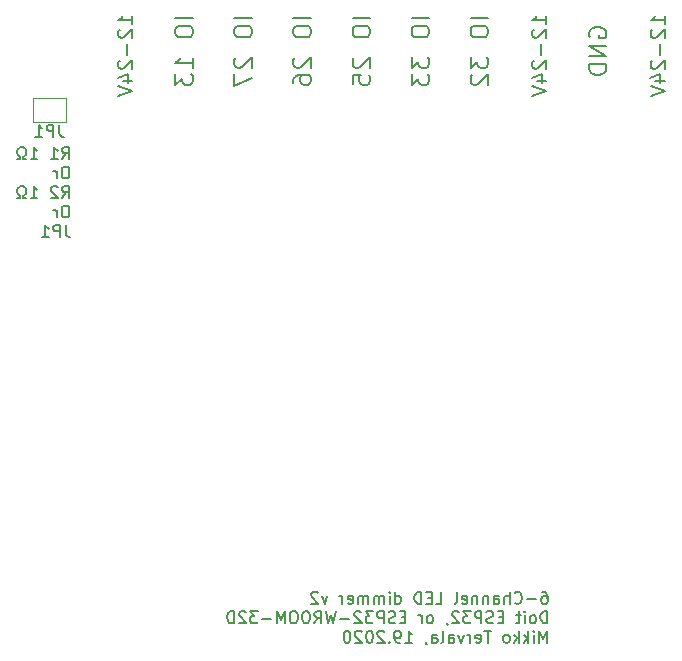
<source format=gbr>
%TF.GenerationSoftware,KiCad,Pcbnew,(5.1.7)-1*%
%TF.CreationDate,2020-11-01T18:23:12+02:00*%
%TF.ProjectId,esp32_mc_dimmer,65737033-325f-46d6-935f-64696d6d6572,rev?*%
%TF.SameCoordinates,Original*%
%TF.FileFunction,Legend,Bot*%
%TF.FilePolarity,Positive*%
%FSLAX46Y46*%
G04 Gerber Fmt 4.6, Leading zero omitted, Abs format (unit mm)*
G04 Created by KiCad (PCBNEW (5.1.7)-1) date 2020-11-01 18:23:12*
%MOMM*%
%LPD*%
G01*
G04 APERTURE LIST*
%ADD10C,0.160000*%
%ADD11C,0.150000*%
%ADD12C,0.200000*%
%ADD13C,0.120000*%
G04 APERTURE END LIST*
D10*
X187127857Y-69253428D02*
X187127857Y-68567714D01*
X187127857Y-68910571D02*
X185927857Y-68910571D01*
X186099285Y-68796285D01*
X186213571Y-68682000D01*
X186270714Y-68567714D01*
X186042142Y-69710571D02*
X185985000Y-69767714D01*
X185927857Y-69882000D01*
X185927857Y-70167714D01*
X185985000Y-70282000D01*
X186042142Y-70339142D01*
X186156428Y-70396285D01*
X186270714Y-70396285D01*
X186442142Y-70339142D01*
X187127857Y-69653428D01*
X187127857Y-70396285D01*
X186670714Y-70910571D02*
X186670714Y-71824857D01*
X186042142Y-72339142D02*
X185985000Y-72396285D01*
X185927857Y-72510571D01*
X185927857Y-72796285D01*
X185985000Y-72910571D01*
X186042142Y-72967714D01*
X186156428Y-73024857D01*
X186270714Y-73024857D01*
X186442142Y-72967714D01*
X187127857Y-72282000D01*
X187127857Y-73024857D01*
X186327857Y-74053428D02*
X187127857Y-74053428D01*
X185870714Y-73767714D02*
X186727857Y-73482000D01*
X186727857Y-74224857D01*
X185927857Y-74510571D02*
X187127857Y-74910571D01*
X185927857Y-75310571D01*
X177094857Y-69253428D02*
X177094857Y-68567714D01*
X177094857Y-68910571D02*
X175894857Y-68910571D01*
X176066285Y-68796285D01*
X176180571Y-68682000D01*
X176237714Y-68567714D01*
X176009142Y-69710571D02*
X175952000Y-69767714D01*
X175894857Y-69882000D01*
X175894857Y-70167714D01*
X175952000Y-70282000D01*
X176009142Y-70339142D01*
X176123428Y-70396285D01*
X176237714Y-70396285D01*
X176409142Y-70339142D01*
X177094857Y-69653428D01*
X177094857Y-70396285D01*
X176637714Y-70910571D02*
X176637714Y-71824857D01*
X176009142Y-72339142D02*
X175952000Y-72396285D01*
X175894857Y-72510571D01*
X175894857Y-72796285D01*
X175952000Y-72910571D01*
X176009142Y-72967714D01*
X176123428Y-73024857D01*
X176237714Y-73024857D01*
X176409142Y-72967714D01*
X177094857Y-72282000D01*
X177094857Y-73024857D01*
X176294857Y-74053428D02*
X177094857Y-74053428D01*
X175837714Y-73767714D02*
X176694857Y-73482000D01*
X176694857Y-74224857D01*
X175894857Y-74510571D02*
X177094857Y-74910571D01*
X175894857Y-75310571D01*
D11*
X136092976Y-80652380D02*
X136426309Y-80176190D01*
X136664404Y-80652380D02*
X136664404Y-79652380D01*
X136283452Y-79652380D01*
X136188214Y-79700000D01*
X136140595Y-79747619D01*
X136092976Y-79842857D01*
X136092976Y-79985714D01*
X136140595Y-80080952D01*
X136188214Y-80128571D01*
X136283452Y-80176190D01*
X136664404Y-80176190D01*
X135140595Y-80652380D02*
X135712023Y-80652380D01*
X135426309Y-80652380D02*
X135426309Y-79652380D01*
X135521547Y-79795238D01*
X135616785Y-79890476D01*
X135712023Y-79938095D01*
X133426309Y-80652380D02*
X133997738Y-80652380D01*
X133712023Y-80652380D02*
X133712023Y-79652380D01*
X133807261Y-79795238D01*
X133902500Y-79890476D01*
X133997738Y-79938095D01*
X133045357Y-80652380D02*
X132807261Y-80652380D01*
X132807261Y-80461904D01*
X132902500Y-80414285D01*
X132997738Y-80319047D01*
X133045357Y-80176190D01*
X133045357Y-79938095D01*
X132997738Y-79795238D01*
X132902500Y-79700000D01*
X132759642Y-79652380D01*
X132569166Y-79652380D01*
X132426309Y-79700000D01*
X132331071Y-79795238D01*
X132283452Y-79938095D01*
X132283452Y-80176190D01*
X132331071Y-80319047D01*
X132426309Y-80414285D01*
X132521547Y-80461904D01*
X132521547Y-80652380D01*
X132283452Y-80652380D01*
X136473928Y-81302380D02*
X136283452Y-81302380D01*
X136188214Y-81350000D01*
X136092976Y-81445238D01*
X136045357Y-81635714D01*
X136045357Y-81969047D01*
X136092976Y-82159523D01*
X136188214Y-82254761D01*
X136283452Y-82302380D01*
X136473928Y-82302380D01*
X136569166Y-82254761D01*
X136664404Y-82159523D01*
X136712023Y-81969047D01*
X136712023Y-81635714D01*
X136664404Y-81445238D01*
X136569166Y-81350000D01*
X136473928Y-81302380D01*
X135616785Y-82302380D02*
X135616785Y-81635714D01*
X135616785Y-81826190D02*
X135569166Y-81730952D01*
X135521547Y-81683333D01*
X135426309Y-81635714D01*
X135331071Y-81635714D01*
X136092976Y-83952380D02*
X136426309Y-83476190D01*
X136664404Y-83952380D02*
X136664404Y-82952380D01*
X136283452Y-82952380D01*
X136188214Y-83000000D01*
X136140595Y-83047619D01*
X136092976Y-83142857D01*
X136092976Y-83285714D01*
X136140595Y-83380952D01*
X136188214Y-83428571D01*
X136283452Y-83476190D01*
X136664404Y-83476190D01*
X135712023Y-83047619D02*
X135664404Y-83000000D01*
X135569166Y-82952380D01*
X135331071Y-82952380D01*
X135235833Y-83000000D01*
X135188214Y-83047619D01*
X135140595Y-83142857D01*
X135140595Y-83238095D01*
X135188214Y-83380952D01*
X135759642Y-83952380D01*
X135140595Y-83952380D01*
X133426309Y-83952380D02*
X133997738Y-83952380D01*
X133712023Y-83952380D02*
X133712023Y-82952380D01*
X133807261Y-83095238D01*
X133902500Y-83190476D01*
X133997738Y-83238095D01*
X133045357Y-83952380D02*
X132807261Y-83952380D01*
X132807261Y-83761904D01*
X132902500Y-83714285D01*
X132997738Y-83619047D01*
X133045357Y-83476190D01*
X133045357Y-83238095D01*
X132997738Y-83095238D01*
X132902500Y-83000000D01*
X132759642Y-82952380D01*
X132569166Y-82952380D01*
X132426309Y-83000000D01*
X132331071Y-83095238D01*
X132283452Y-83238095D01*
X132283452Y-83476190D01*
X132331071Y-83619047D01*
X132426309Y-83714285D01*
X132521547Y-83761904D01*
X132521547Y-83952380D01*
X132283452Y-83952380D01*
X136473928Y-84602380D02*
X136283452Y-84602380D01*
X136188214Y-84650000D01*
X136092976Y-84745238D01*
X136045357Y-84935714D01*
X136045357Y-85269047D01*
X136092976Y-85459523D01*
X136188214Y-85554761D01*
X136283452Y-85602380D01*
X136473928Y-85602380D01*
X136569166Y-85554761D01*
X136664404Y-85459523D01*
X136712023Y-85269047D01*
X136712023Y-84935714D01*
X136664404Y-84745238D01*
X136569166Y-84650000D01*
X136473928Y-84602380D01*
X135616785Y-85602380D02*
X135616785Y-84935714D01*
X135616785Y-85126190D02*
X135569166Y-85030952D01*
X135521547Y-84983333D01*
X135426309Y-84935714D01*
X135331071Y-84935714D01*
X136378690Y-86252380D02*
X136378690Y-86966666D01*
X136426309Y-87109523D01*
X136521547Y-87204761D01*
X136664404Y-87252380D01*
X136759642Y-87252380D01*
X135902500Y-87252380D02*
X135902500Y-86252380D01*
X135521547Y-86252380D01*
X135426309Y-86300000D01*
X135378690Y-86347619D01*
X135331071Y-86442857D01*
X135331071Y-86585714D01*
X135378690Y-86680952D01*
X135426309Y-86728571D01*
X135521547Y-86776190D01*
X135902500Y-86776190D01*
X134378690Y-87252380D02*
X134950119Y-87252380D01*
X134664404Y-87252380D02*
X134664404Y-86252380D01*
X134759642Y-86395238D01*
X134854880Y-86490476D01*
X134950119Y-86538095D01*
X176735833Y-117302380D02*
X176926309Y-117302380D01*
X177021547Y-117350000D01*
X177069166Y-117397619D01*
X177164404Y-117540476D01*
X177212023Y-117730952D01*
X177212023Y-118111904D01*
X177164404Y-118207142D01*
X177116785Y-118254761D01*
X177021547Y-118302380D01*
X176831071Y-118302380D01*
X176735833Y-118254761D01*
X176688214Y-118207142D01*
X176640595Y-118111904D01*
X176640595Y-117873809D01*
X176688214Y-117778571D01*
X176735833Y-117730952D01*
X176831071Y-117683333D01*
X177021547Y-117683333D01*
X177116785Y-117730952D01*
X177164404Y-117778571D01*
X177212023Y-117873809D01*
X176212023Y-117921428D02*
X175450119Y-117921428D01*
X174402500Y-118207142D02*
X174450119Y-118254761D01*
X174592976Y-118302380D01*
X174688214Y-118302380D01*
X174831071Y-118254761D01*
X174926309Y-118159523D01*
X174973928Y-118064285D01*
X175021547Y-117873809D01*
X175021547Y-117730952D01*
X174973928Y-117540476D01*
X174926309Y-117445238D01*
X174831071Y-117350000D01*
X174688214Y-117302380D01*
X174592976Y-117302380D01*
X174450119Y-117350000D01*
X174402500Y-117397619D01*
X173973928Y-118302380D02*
X173973928Y-117302380D01*
X173545357Y-118302380D02*
X173545357Y-117778571D01*
X173592976Y-117683333D01*
X173688214Y-117635714D01*
X173831071Y-117635714D01*
X173926309Y-117683333D01*
X173973928Y-117730952D01*
X172640595Y-118302380D02*
X172640595Y-117778571D01*
X172688214Y-117683333D01*
X172783452Y-117635714D01*
X172973928Y-117635714D01*
X173069166Y-117683333D01*
X172640595Y-118254761D02*
X172735833Y-118302380D01*
X172973928Y-118302380D01*
X173069166Y-118254761D01*
X173116785Y-118159523D01*
X173116785Y-118064285D01*
X173069166Y-117969047D01*
X172973928Y-117921428D01*
X172735833Y-117921428D01*
X172640595Y-117873809D01*
X172164404Y-117635714D02*
X172164404Y-118302380D01*
X172164404Y-117730952D02*
X172116785Y-117683333D01*
X172021547Y-117635714D01*
X171878690Y-117635714D01*
X171783452Y-117683333D01*
X171735833Y-117778571D01*
X171735833Y-118302380D01*
X171259642Y-117635714D02*
X171259642Y-118302380D01*
X171259642Y-117730952D02*
X171212023Y-117683333D01*
X171116785Y-117635714D01*
X170973928Y-117635714D01*
X170878690Y-117683333D01*
X170831071Y-117778571D01*
X170831071Y-118302380D01*
X169973928Y-118254761D02*
X170069166Y-118302380D01*
X170259642Y-118302380D01*
X170354880Y-118254761D01*
X170402500Y-118159523D01*
X170402500Y-117778571D01*
X170354880Y-117683333D01*
X170259642Y-117635714D01*
X170069166Y-117635714D01*
X169973928Y-117683333D01*
X169926309Y-117778571D01*
X169926309Y-117873809D01*
X170402500Y-117969047D01*
X169354880Y-118302380D02*
X169450119Y-118254761D01*
X169497738Y-118159523D01*
X169497738Y-117302380D01*
X167735833Y-118302380D02*
X168212023Y-118302380D01*
X168212023Y-117302380D01*
X167402500Y-117778571D02*
X167069166Y-117778571D01*
X166926309Y-118302380D02*
X167402500Y-118302380D01*
X167402500Y-117302380D01*
X166926309Y-117302380D01*
X166497738Y-118302380D02*
X166497738Y-117302380D01*
X166259642Y-117302380D01*
X166116785Y-117350000D01*
X166021547Y-117445238D01*
X165973928Y-117540476D01*
X165926309Y-117730952D01*
X165926309Y-117873809D01*
X165973928Y-118064285D01*
X166021547Y-118159523D01*
X166116785Y-118254761D01*
X166259642Y-118302380D01*
X166497738Y-118302380D01*
X164307261Y-118302380D02*
X164307261Y-117302380D01*
X164307261Y-118254761D02*
X164402500Y-118302380D01*
X164592976Y-118302380D01*
X164688214Y-118254761D01*
X164735833Y-118207142D01*
X164783452Y-118111904D01*
X164783452Y-117826190D01*
X164735833Y-117730952D01*
X164688214Y-117683333D01*
X164592976Y-117635714D01*
X164402500Y-117635714D01*
X164307261Y-117683333D01*
X163831071Y-118302380D02*
X163831071Y-117635714D01*
X163831071Y-117302380D02*
X163878690Y-117350000D01*
X163831071Y-117397619D01*
X163783452Y-117350000D01*
X163831071Y-117302380D01*
X163831071Y-117397619D01*
X163354880Y-118302380D02*
X163354880Y-117635714D01*
X163354880Y-117730952D02*
X163307261Y-117683333D01*
X163212023Y-117635714D01*
X163069166Y-117635714D01*
X162973928Y-117683333D01*
X162926309Y-117778571D01*
X162926309Y-118302380D01*
X162926309Y-117778571D02*
X162878690Y-117683333D01*
X162783452Y-117635714D01*
X162640595Y-117635714D01*
X162545357Y-117683333D01*
X162497738Y-117778571D01*
X162497738Y-118302380D01*
X162021547Y-118302380D02*
X162021547Y-117635714D01*
X162021547Y-117730952D02*
X161973928Y-117683333D01*
X161878690Y-117635714D01*
X161735833Y-117635714D01*
X161640595Y-117683333D01*
X161592976Y-117778571D01*
X161592976Y-118302380D01*
X161592976Y-117778571D02*
X161545357Y-117683333D01*
X161450119Y-117635714D01*
X161307261Y-117635714D01*
X161212023Y-117683333D01*
X161164404Y-117778571D01*
X161164404Y-118302380D01*
X160307261Y-118254761D02*
X160402500Y-118302380D01*
X160592976Y-118302380D01*
X160688214Y-118254761D01*
X160735833Y-118159523D01*
X160735833Y-117778571D01*
X160688214Y-117683333D01*
X160592976Y-117635714D01*
X160402500Y-117635714D01*
X160307261Y-117683333D01*
X160259642Y-117778571D01*
X160259642Y-117873809D01*
X160735833Y-117969047D01*
X159831071Y-118302380D02*
X159831071Y-117635714D01*
X159831071Y-117826190D02*
X159783452Y-117730952D01*
X159735833Y-117683333D01*
X159640595Y-117635714D01*
X159545357Y-117635714D01*
X158545357Y-117635714D02*
X158307261Y-118302380D01*
X158069166Y-117635714D01*
X157735833Y-117397619D02*
X157688214Y-117350000D01*
X157592976Y-117302380D01*
X157354880Y-117302380D01*
X157259642Y-117350000D01*
X157212023Y-117397619D01*
X157164404Y-117492857D01*
X157164404Y-117588095D01*
X157212023Y-117730952D01*
X157783452Y-118302380D01*
X157164404Y-118302380D01*
X177164404Y-119952380D02*
X177164404Y-118952380D01*
X176926309Y-118952380D01*
X176783452Y-119000000D01*
X176688214Y-119095238D01*
X176640595Y-119190476D01*
X176592976Y-119380952D01*
X176592976Y-119523809D01*
X176640595Y-119714285D01*
X176688214Y-119809523D01*
X176783452Y-119904761D01*
X176926309Y-119952380D01*
X177164404Y-119952380D01*
X176021547Y-119952380D02*
X176116785Y-119904761D01*
X176164404Y-119857142D01*
X176212023Y-119761904D01*
X176212023Y-119476190D01*
X176164404Y-119380952D01*
X176116785Y-119333333D01*
X176021547Y-119285714D01*
X175878690Y-119285714D01*
X175783452Y-119333333D01*
X175735833Y-119380952D01*
X175688214Y-119476190D01*
X175688214Y-119761904D01*
X175735833Y-119857142D01*
X175783452Y-119904761D01*
X175878690Y-119952380D01*
X176021547Y-119952380D01*
X175259642Y-119952380D02*
X175259642Y-119285714D01*
X175259642Y-118952380D02*
X175307261Y-119000000D01*
X175259642Y-119047619D01*
X175212023Y-119000000D01*
X175259642Y-118952380D01*
X175259642Y-119047619D01*
X174926309Y-119285714D02*
X174545357Y-119285714D01*
X174783452Y-118952380D02*
X174783452Y-119809523D01*
X174735833Y-119904761D01*
X174640595Y-119952380D01*
X174545357Y-119952380D01*
X173450119Y-119428571D02*
X173116785Y-119428571D01*
X172973928Y-119952380D02*
X173450119Y-119952380D01*
X173450119Y-118952380D01*
X172973928Y-118952380D01*
X172592976Y-119904761D02*
X172450119Y-119952380D01*
X172212023Y-119952380D01*
X172116785Y-119904761D01*
X172069166Y-119857142D01*
X172021547Y-119761904D01*
X172021547Y-119666666D01*
X172069166Y-119571428D01*
X172116785Y-119523809D01*
X172212023Y-119476190D01*
X172402500Y-119428571D01*
X172497738Y-119380952D01*
X172545357Y-119333333D01*
X172592976Y-119238095D01*
X172592976Y-119142857D01*
X172545357Y-119047619D01*
X172497738Y-119000000D01*
X172402500Y-118952380D01*
X172164404Y-118952380D01*
X172021547Y-119000000D01*
X171592976Y-119952380D02*
X171592976Y-118952380D01*
X171212023Y-118952380D01*
X171116785Y-119000000D01*
X171069166Y-119047619D01*
X171021547Y-119142857D01*
X171021547Y-119285714D01*
X171069166Y-119380952D01*
X171116785Y-119428571D01*
X171212023Y-119476190D01*
X171592976Y-119476190D01*
X170688214Y-118952380D02*
X170069166Y-118952380D01*
X170402500Y-119333333D01*
X170259642Y-119333333D01*
X170164404Y-119380952D01*
X170116785Y-119428571D01*
X170069166Y-119523809D01*
X170069166Y-119761904D01*
X170116785Y-119857142D01*
X170164404Y-119904761D01*
X170259642Y-119952380D01*
X170545357Y-119952380D01*
X170640595Y-119904761D01*
X170688214Y-119857142D01*
X169688214Y-119047619D02*
X169640595Y-119000000D01*
X169545357Y-118952380D01*
X169307261Y-118952380D01*
X169212023Y-119000000D01*
X169164404Y-119047619D01*
X169116785Y-119142857D01*
X169116785Y-119238095D01*
X169164404Y-119380952D01*
X169735833Y-119952380D01*
X169116785Y-119952380D01*
X168640595Y-119904761D02*
X168640595Y-119952380D01*
X168688214Y-120047619D01*
X168735833Y-120095238D01*
X167307261Y-119952380D02*
X167402500Y-119904761D01*
X167450119Y-119857142D01*
X167497738Y-119761904D01*
X167497738Y-119476190D01*
X167450119Y-119380952D01*
X167402500Y-119333333D01*
X167307261Y-119285714D01*
X167164404Y-119285714D01*
X167069166Y-119333333D01*
X167021547Y-119380952D01*
X166973928Y-119476190D01*
X166973928Y-119761904D01*
X167021547Y-119857142D01*
X167069166Y-119904761D01*
X167164404Y-119952380D01*
X167307261Y-119952380D01*
X166545357Y-119952380D02*
X166545357Y-119285714D01*
X166545357Y-119476190D02*
X166497738Y-119380952D01*
X166450119Y-119333333D01*
X166354880Y-119285714D01*
X166259642Y-119285714D01*
X165164404Y-119428571D02*
X164831071Y-119428571D01*
X164688214Y-119952380D02*
X165164404Y-119952380D01*
X165164404Y-118952380D01*
X164688214Y-118952380D01*
X164307261Y-119904761D02*
X164164404Y-119952380D01*
X163926309Y-119952380D01*
X163831071Y-119904761D01*
X163783452Y-119857142D01*
X163735833Y-119761904D01*
X163735833Y-119666666D01*
X163783452Y-119571428D01*
X163831071Y-119523809D01*
X163926309Y-119476190D01*
X164116785Y-119428571D01*
X164212023Y-119380952D01*
X164259642Y-119333333D01*
X164307261Y-119238095D01*
X164307261Y-119142857D01*
X164259642Y-119047619D01*
X164212023Y-119000000D01*
X164116785Y-118952380D01*
X163878690Y-118952380D01*
X163735833Y-119000000D01*
X163307261Y-119952380D02*
X163307261Y-118952380D01*
X162926309Y-118952380D01*
X162831071Y-119000000D01*
X162783452Y-119047619D01*
X162735833Y-119142857D01*
X162735833Y-119285714D01*
X162783452Y-119380952D01*
X162831071Y-119428571D01*
X162926309Y-119476190D01*
X163307261Y-119476190D01*
X162402500Y-118952380D02*
X161783452Y-118952380D01*
X162116785Y-119333333D01*
X161973928Y-119333333D01*
X161878690Y-119380952D01*
X161831071Y-119428571D01*
X161783452Y-119523809D01*
X161783452Y-119761904D01*
X161831071Y-119857142D01*
X161878690Y-119904761D01*
X161973928Y-119952380D01*
X162259642Y-119952380D01*
X162354880Y-119904761D01*
X162402500Y-119857142D01*
X161402500Y-119047619D02*
X161354880Y-119000000D01*
X161259642Y-118952380D01*
X161021547Y-118952380D01*
X160926309Y-119000000D01*
X160878690Y-119047619D01*
X160831071Y-119142857D01*
X160831071Y-119238095D01*
X160878690Y-119380952D01*
X161450119Y-119952380D01*
X160831071Y-119952380D01*
X160402500Y-119571428D02*
X159640595Y-119571428D01*
X159259642Y-118952380D02*
X159021547Y-119952380D01*
X158831071Y-119238095D01*
X158640595Y-119952380D01*
X158402500Y-118952380D01*
X157450119Y-119952380D02*
X157783452Y-119476190D01*
X158021547Y-119952380D02*
X158021547Y-118952380D01*
X157640595Y-118952380D01*
X157545357Y-119000000D01*
X157497738Y-119047619D01*
X157450119Y-119142857D01*
X157450119Y-119285714D01*
X157497738Y-119380952D01*
X157545357Y-119428571D01*
X157640595Y-119476190D01*
X158021547Y-119476190D01*
X156831071Y-118952380D02*
X156640595Y-118952380D01*
X156545357Y-119000000D01*
X156450119Y-119095238D01*
X156402500Y-119285714D01*
X156402500Y-119619047D01*
X156450119Y-119809523D01*
X156545357Y-119904761D01*
X156640595Y-119952380D01*
X156831071Y-119952380D01*
X156926309Y-119904761D01*
X157021547Y-119809523D01*
X157069166Y-119619047D01*
X157069166Y-119285714D01*
X157021547Y-119095238D01*
X156926309Y-119000000D01*
X156831071Y-118952380D01*
X155783452Y-118952380D02*
X155592976Y-118952380D01*
X155497738Y-119000000D01*
X155402500Y-119095238D01*
X155354880Y-119285714D01*
X155354880Y-119619047D01*
X155402500Y-119809523D01*
X155497738Y-119904761D01*
X155592976Y-119952380D01*
X155783452Y-119952380D01*
X155878690Y-119904761D01*
X155973928Y-119809523D01*
X156021547Y-119619047D01*
X156021547Y-119285714D01*
X155973928Y-119095238D01*
X155878690Y-119000000D01*
X155783452Y-118952380D01*
X154926309Y-119952380D02*
X154926309Y-118952380D01*
X154592976Y-119666666D01*
X154259642Y-118952380D01*
X154259642Y-119952380D01*
X153783452Y-119571428D02*
X153021547Y-119571428D01*
X152640595Y-118952380D02*
X152021547Y-118952380D01*
X152354880Y-119333333D01*
X152212023Y-119333333D01*
X152116785Y-119380952D01*
X152069166Y-119428571D01*
X152021547Y-119523809D01*
X152021547Y-119761904D01*
X152069166Y-119857142D01*
X152116785Y-119904761D01*
X152212023Y-119952380D01*
X152497738Y-119952380D01*
X152592976Y-119904761D01*
X152640595Y-119857142D01*
X151640595Y-119047619D02*
X151592976Y-119000000D01*
X151497738Y-118952380D01*
X151259642Y-118952380D01*
X151164404Y-119000000D01*
X151116785Y-119047619D01*
X151069166Y-119142857D01*
X151069166Y-119238095D01*
X151116785Y-119380952D01*
X151688214Y-119952380D01*
X151069166Y-119952380D01*
X150640595Y-119952380D02*
X150640595Y-118952380D01*
X150402500Y-118952380D01*
X150259642Y-119000000D01*
X150164404Y-119095238D01*
X150116785Y-119190476D01*
X150069166Y-119380952D01*
X150069166Y-119523809D01*
X150116785Y-119714285D01*
X150164404Y-119809523D01*
X150259642Y-119904761D01*
X150402500Y-119952380D01*
X150640595Y-119952380D01*
X177164404Y-121602380D02*
X177164404Y-120602380D01*
X176831071Y-121316666D01*
X176497738Y-120602380D01*
X176497738Y-121602380D01*
X176021547Y-121602380D02*
X176021547Y-120935714D01*
X176021547Y-120602380D02*
X176069166Y-120650000D01*
X176021547Y-120697619D01*
X175973928Y-120650000D01*
X176021547Y-120602380D01*
X176021547Y-120697619D01*
X175545357Y-121602380D02*
X175545357Y-120602380D01*
X175450119Y-121221428D02*
X175164404Y-121602380D01*
X175164404Y-120935714D02*
X175545357Y-121316666D01*
X174735833Y-121602380D02*
X174735833Y-120602380D01*
X174640595Y-121221428D02*
X174354880Y-121602380D01*
X174354880Y-120935714D02*
X174735833Y-121316666D01*
X173783452Y-121602380D02*
X173878690Y-121554761D01*
X173926309Y-121507142D01*
X173973928Y-121411904D01*
X173973928Y-121126190D01*
X173926309Y-121030952D01*
X173878690Y-120983333D01*
X173783452Y-120935714D01*
X173640595Y-120935714D01*
X173545357Y-120983333D01*
X173497738Y-121030952D01*
X173450119Y-121126190D01*
X173450119Y-121411904D01*
X173497738Y-121507142D01*
X173545357Y-121554761D01*
X173640595Y-121602380D01*
X173783452Y-121602380D01*
X172402500Y-120602380D02*
X171831071Y-120602380D01*
X172116785Y-121602380D02*
X172116785Y-120602380D01*
X171116785Y-121554761D02*
X171212023Y-121602380D01*
X171402500Y-121602380D01*
X171497738Y-121554761D01*
X171545357Y-121459523D01*
X171545357Y-121078571D01*
X171497738Y-120983333D01*
X171402500Y-120935714D01*
X171212023Y-120935714D01*
X171116785Y-120983333D01*
X171069166Y-121078571D01*
X171069166Y-121173809D01*
X171545357Y-121269047D01*
X170640595Y-121602380D02*
X170640595Y-120935714D01*
X170640595Y-121126190D02*
X170592976Y-121030952D01*
X170545357Y-120983333D01*
X170450119Y-120935714D01*
X170354880Y-120935714D01*
X170116785Y-120935714D02*
X169878690Y-121602380D01*
X169640595Y-120935714D01*
X168831071Y-121602380D02*
X168831071Y-121078571D01*
X168878690Y-120983333D01*
X168973928Y-120935714D01*
X169164404Y-120935714D01*
X169259642Y-120983333D01*
X168831071Y-121554761D02*
X168926309Y-121602380D01*
X169164404Y-121602380D01*
X169259642Y-121554761D01*
X169307261Y-121459523D01*
X169307261Y-121364285D01*
X169259642Y-121269047D01*
X169164404Y-121221428D01*
X168926309Y-121221428D01*
X168831071Y-121173809D01*
X168212023Y-121602380D02*
X168307261Y-121554761D01*
X168354880Y-121459523D01*
X168354880Y-120602380D01*
X167402500Y-121602380D02*
X167402500Y-121078571D01*
X167450119Y-120983333D01*
X167545357Y-120935714D01*
X167735833Y-120935714D01*
X167831071Y-120983333D01*
X167402500Y-121554761D02*
X167497738Y-121602380D01*
X167735833Y-121602380D01*
X167831071Y-121554761D01*
X167878690Y-121459523D01*
X167878690Y-121364285D01*
X167831071Y-121269047D01*
X167735833Y-121221428D01*
X167497738Y-121221428D01*
X167402500Y-121173809D01*
X166878690Y-121554761D02*
X166878690Y-121602380D01*
X166926309Y-121697619D01*
X166973928Y-121745238D01*
X165164404Y-121602380D02*
X165735833Y-121602380D01*
X165450119Y-121602380D02*
X165450119Y-120602380D01*
X165545357Y-120745238D01*
X165640595Y-120840476D01*
X165735833Y-120888095D01*
X164688214Y-121602380D02*
X164497738Y-121602380D01*
X164402500Y-121554761D01*
X164354880Y-121507142D01*
X164259642Y-121364285D01*
X164212023Y-121173809D01*
X164212023Y-120792857D01*
X164259642Y-120697619D01*
X164307261Y-120650000D01*
X164402500Y-120602380D01*
X164592976Y-120602380D01*
X164688214Y-120650000D01*
X164735833Y-120697619D01*
X164783452Y-120792857D01*
X164783452Y-121030952D01*
X164735833Y-121126190D01*
X164688214Y-121173809D01*
X164592976Y-121221428D01*
X164402500Y-121221428D01*
X164307261Y-121173809D01*
X164259642Y-121126190D01*
X164212023Y-121030952D01*
X163783452Y-121507142D02*
X163735833Y-121554761D01*
X163783452Y-121602380D01*
X163831071Y-121554761D01*
X163783452Y-121507142D01*
X163783452Y-121602380D01*
X163354880Y-120697619D02*
X163307261Y-120650000D01*
X163212023Y-120602380D01*
X162973928Y-120602380D01*
X162878690Y-120650000D01*
X162831071Y-120697619D01*
X162783452Y-120792857D01*
X162783452Y-120888095D01*
X162831071Y-121030952D01*
X163402500Y-121602380D01*
X162783452Y-121602380D01*
X162164404Y-120602380D02*
X162069166Y-120602380D01*
X161973928Y-120650000D01*
X161926309Y-120697619D01*
X161878690Y-120792857D01*
X161831071Y-120983333D01*
X161831071Y-121221428D01*
X161878690Y-121411904D01*
X161926309Y-121507142D01*
X161973928Y-121554761D01*
X162069166Y-121602380D01*
X162164404Y-121602380D01*
X162259642Y-121554761D01*
X162307261Y-121507142D01*
X162354880Y-121411904D01*
X162402500Y-121221428D01*
X162402500Y-120983333D01*
X162354880Y-120792857D01*
X162307261Y-120697619D01*
X162259642Y-120650000D01*
X162164404Y-120602380D01*
X161450119Y-120697619D02*
X161402500Y-120650000D01*
X161307261Y-120602380D01*
X161069166Y-120602380D01*
X160973928Y-120650000D01*
X160926309Y-120697619D01*
X160878690Y-120792857D01*
X160878690Y-120888095D01*
X160926309Y-121030952D01*
X161497738Y-121602380D01*
X160878690Y-121602380D01*
X160259642Y-120602380D02*
X160164404Y-120602380D01*
X160069166Y-120650000D01*
X160021547Y-120697619D01*
X159973928Y-120792857D01*
X159926309Y-120983333D01*
X159926309Y-121221428D01*
X159973928Y-121411904D01*
X160021547Y-121507142D01*
X160069166Y-121554761D01*
X160164404Y-121602380D01*
X160259642Y-121602380D01*
X160354880Y-121554761D01*
X160402500Y-121507142D01*
X160450119Y-121411904D01*
X160497738Y-121221428D01*
X160497738Y-120983333D01*
X160450119Y-120792857D01*
X160402500Y-120697619D01*
X160354880Y-120650000D01*
X160259642Y-120602380D01*
D12*
X162178571Y-68714285D02*
X160678571Y-68714285D01*
X160678571Y-69714285D02*
X160678571Y-70000000D01*
X160750000Y-70142857D01*
X160892857Y-70285714D01*
X161178571Y-70357142D01*
X161678571Y-70357142D01*
X161964285Y-70285714D01*
X162107142Y-70142857D01*
X162178571Y-70000000D01*
X162178571Y-69714285D01*
X162107142Y-69571428D01*
X161964285Y-69428571D01*
X161678571Y-69357142D01*
X161178571Y-69357142D01*
X160892857Y-69428571D01*
X160750000Y-69571428D01*
X160678571Y-69714285D01*
X160821428Y-72071428D02*
X160750000Y-72142857D01*
X160678571Y-72285714D01*
X160678571Y-72642857D01*
X160750000Y-72785714D01*
X160821428Y-72857142D01*
X160964285Y-72928571D01*
X161107142Y-72928571D01*
X161321428Y-72857142D01*
X162178571Y-72000000D01*
X162178571Y-72928571D01*
X160678571Y-74285714D02*
X160678571Y-73571428D01*
X161392857Y-73500000D01*
X161321428Y-73571428D01*
X161250000Y-73714285D01*
X161250000Y-74071428D01*
X161321428Y-74214285D01*
X161392857Y-74285714D01*
X161535714Y-74357142D01*
X161892857Y-74357142D01*
X162035714Y-74285714D01*
X162107142Y-74214285D01*
X162178571Y-74071428D01*
X162178571Y-73714285D01*
X162107142Y-73571428D01*
X162035714Y-73500000D01*
X172178571Y-68714285D02*
X170678571Y-68714285D01*
X170678571Y-69714285D02*
X170678571Y-70000000D01*
X170750000Y-70142857D01*
X170892857Y-70285714D01*
X171178571Y-70357142D01*
X171678571Y-70357142D01*
X171964285Y-70285714D01*
X172107142Y-70142857D01*
X172178571Y-70000000D01*
X172178571Y-69714285D01*
X172107142Y-69571428D01*
X171964285Y-69428571D01*
X171678571Y-69357142D01*
X171178571Y-69357142D01*
X170892857Y-69428571D01*
X170750000Y-69571428D01*
X170678571Y-69714285D01*
X170678571Y-72000000D02*
X170678571Y-72928571D01*
X171250000Y-72428571D01*
X171250000Y-72642857D01*
X171321428Y-72785714D01*
X171392857Y-72857142D01*
X171535714Y-72928571D01*
X171892857Y-72928571D01*
X172035714Y-72857142D01*
X172107142Y-72785714D01*
X172178571Y-72642857D01*
X172178571Y-72214285D01*
X172107142Y-72071428D01*
X172035714Y-72000000D01*
X170821428Y-73500000D02*
X170750000Y-73571428D01*
X170678571Y-73714285D01*
X170678571Y-74071428D01*
X170750000Y-74214285D01*
X170821428Y-74285714D01*
X170964285Y-74357142D01*
X171107142Y-74357142D01*
X171321428Y-74285714D01*
X172178571Y-73428571D01*
X172178571Y-74357142D01*
D10*
X142042857Y-69253428D02*
X142042857Y-68567714D01*
X142042857Y-68910571D02*
X140842857Y-68910571D01*
X141014285Y-68796285D01*
X141128571Y-68682000D01*
X141185714Y-68567714D01*
X140957142Y-69710571D02*
X140900000Y-69767714D01*
X140842857Y-69882000D01*
X140842857Y-70167714D01*
X140900000Y-70282000D01*
X140957142Y-70339142D01*
X141071428Y-70396285D01*
X141185714Y-70396285D01*
X141357142Y-70339142D01*
X142042857Y-69653428D01*
X142042857Y-70396285D01*
X141585714Y-70910571D02*
X141585714Y-71824857D01*
X140957142Y-72339142D02*
X140900000Y-72396285D01*
X140842857Y-72510571D01*
X140842857Y-72796285D01*
X140900000Y-72910571D01*
X140957142Y-72967714D01*
X141071428Y-73024857D01*
X141185714Y-73024857D01*
X141357142Y-72967714D01*
X142042857Y-72282000D01*
X142042857Y-73024857D01*
X141242857Y-74053428D02*
X142042857Y-74053428D01*
X140785714Y-73767714D02*
X141642857Y-73482000D01*
X141642857Y-74224857D01*
X140842857Y-74510571D02*
X142042857Y-74910571D01*
X140842857Y-75310571D01*
D12*
X157178571Y-68714285D02*
X155678571Y-68714285D01*
X155678571Y-69714285D02*
X155678571Y-70000000D01*
X155750000Y-70142857D01*
X155892857Y-70285714D01*
X156178571Y-70357142D01*
X156678571Y-70357142D01*
X156964285Y-70285714D01*
X157107142Y-70142857D01*
X157178571Y-70000000D01*
X157178571Y-69714285D01*
X157107142Y-69571428D01*
X156964285Y-69428571D01*
X156678571Y-69357142D01*
X156178571Y-69357142D01*
X155892857Y-69428571D01*
X155750000Y-69571428D01*
X155678571Y-69714285D01*
X155821428Y-72071428D02*
X155750000Y-72142857D01*
X155678571Y-72285714D01*
X155678571Y-72642857D01*
X155750000Y-72785714D01*
X155821428Y-72857142D01*
X155964285Y-72928571D01*
X156107142Y-72928571D01*
X156321428Y-72857142D01*
X157178571Y-72000000D01*
X157178571Y-72928571D01*
X155678571Y-74214285D02*
X155678571Y-73928571D01*
X155750000Y-73785714D01*
X155821428Y-73714285D01*
X156035714Y-73571428D01*
X156321428Y-73500000D01*
X156892857Y-73500000D01*
X157035714Y-73571428D01*
X157107142Y-73642857D01*
X157178571Y-73785714D01*
X157178571Y-74071428D01*
X157107142Y-74214285D01*
X157035714Y-74285714D01*
X156892857Y-74357142D01*
X156535714Y-74357142D01*
X156392857Y-74285714D01*
X156321428Y-74214285D01*
X156250000Y-74071428D01*
X156250000Y-73785714D01*
X156321428Y-73642857D01*
X156392857Y-73571428D01*
X156535714Y-73500000D01*
X147178571Y-68714285D02*
X145678571Y-68714285D01*
X145678571Y-69714285D02*
X145678571Y-70000000D01*
X145750000Y-70142857D01*
X145892857Y-70285714D01*
X146178571Y-70357142D01*
X146678571Y-70357142D01*
X146964285Y-70285714D01*
X147107142Y-70142857D01*
X147178571Y-70000000D01*
X147178571Y-69714285D01*
X147107142Y-69571428D01*
X146964285Y-69428571D01*
X146678571Y-69357142D01*
X146178571Y-69357142D01*
X145892857Y-69428571D01*
X145750000Y-69571428D01*
X145678571Y-69714285D01*
X147178571Y-72928571D02*
X147178571Y-72071428D01*
X147178571Y-72500000D02*
X145678571Y-72500000D01*
X145892857Y-72357142D01*
X146035714Y-72214285D01*
X146107142Y-72071428D01*
X145678571Y-73428571D02*
X145678571Y-74357142D01*
X146250000Y-73857142D01*
X146250000Y-74071428D01*
X146321428Y-74214285D01*
X146392857Y-74285714D01*
X146535714Y-74357142D01*
X146892857Y-74357142D01*
X147035714Y-74285714D01*
X147107142Y-74214285D01*
X147178571Y-74071428D01*
X147178571Y-73642857D01*
X147107142Y-73500000D01*
X147035714Y-73428571D01*
X152178571Y-68714285D02*
X150678571Y-68714285D01*
X150678571Y-69714285D02*
X150678571Y-70000000D01*
X150750000Y-70142857D01*
X150892857Y-70285714D01*
X151178571Y-70357142D01*
X151678571Y-70357142D01*
X151964285Y-70285714D01*
X152107142Y-70142857D01*
X152178571Y-70000000D01*
X152178571Y-69714285D01*
X152107142Y-69571428D01*
X151964285Y-69428571D01*
X151678571Y-69357142D01*
X151178571Y-69357142D01*
X150892857Y-69428571D01*
X150750000Y-69571428D01*
X150678571Y-69714285D01*
X150821428Y-72071428D02*
X150750000Y-72142857D01*
X150678571Y-72285714D01*
X150678571Y-72642857D01*
X150750000Y-72785714D01*
X150821428Y-72857142D01*
X150964285Y-72928571D01*
X151107142Y-72928571D01*
X151321428Y-72857142D01*
X152178571Y-72000000D01*
X152178571Y-72928571D01*
X150678571Y-73428571D02*
X150678571Y-74428571D01*
X152178571Y-73785714D01*
X167178571Y-68714285D02*
X165678571Y-68714285D01*
X165678571Y-69714285D02*
X165678571Y-70000000D01*
X165750000Y-70142857D01*
X165892857Y-70285714D01*
X166178571Y-70357142D01*
X166678571Y-70357142D01*
X166964285Y-70285714D01*
X167107142Y-70142857D01*
X167178571Y-70000000D01*
X167178571Y-69714285D01*
X167107142Y-69571428D01*
X166964285Y-69428571D01*
X166678571Y-69357142D01*
X166178571Y-69357142D01*
X165892857Y-69428571D01*
X165750000Y-69571428D01*
X165678571Y-69714285D01*
X165678571Y-72000000D02*
X165678571Y-72928571D01*
X166250000Y-72428571D01*
X166250000Y-72642857D01*
X166321428Y-72785714D01*
X166392857Y-72857142D01*
X166535714Y-72928571D01*
X166892857Y-72928571D01*
X167035714Y-72857142D01*
X167107142Y-72785714D01*
X167178571Y-72642857D01*
X167178571Y-72214285D01*
X167107142Y-72071428D01*
X167035714Y-72000000D01*
X165678571Y-73428571D02*
X165678571Y-74357142D01*
X166250000Y-73857142D01*
X166250000Y-74071428D01*
X166321428Y-74214285D01*
X166392857Y-74285714D01*
X166535714Y-74357142D01*
X166892857Y-74357142D01*
X167035714Y-74285714D01*
X167107142Y-74214285D01*
X167178571Y-74071428D01*
X167178571Y-73642857D01*
X167107142Y-73500000D01*
X167035714Y-73428571D01*
X180750000Y-70357142D02*
X180678571Y-70214285D01*
X180678571Y-70000000D01*
X180750000Y-69785714D01*
X180892857Y-69642857D01*
X181035714Y-69571428D01*
X181321428Y-69500000D01*
X181535714Y-69500000D01*
X181821428Y-69571428D01*
X181964285Y-69642857D01*
X182107142Y-69785714D01*
X182178571Y-70000000D01*
X182178571Y-70142857D01*
X182107142Y-70357142D01*
X182035714Y-70428571D01*
X181535714Y-70428571D01*
X181535714Y-70142857D01*
X182178571Y-71071428D02*
X180678571Y-71071428D01*
X182178571Y-71928571D01*
X180678571Y-71928571D01*
X182178571Y-72642857D02*
X180678571Y-72642857D01*
X180678571Y-73000000D01*
X180750000Y-73214285D01*
X180892857Y-73357142D01*
X181035714Y-73428571D01*
X181321428Y-73500000D01*
X181535714Y-73500000D01*
X181821428Y-73428571D01*
X181964285Y-73357142D01*
X182107142Y-73214285D01*
X182178571Y-73000000D01*
X182178571Y-72642857D01*
D13*
X133600000Y-77500000D02*
X136400000Y-77500000D01*
X136400000Y-77500000D02*
X136400000Y-75500000D01*
X136400000Y-75500000D02*
X133600000Y-75500000D01*
X133600000Y-75500000D02*
X133600000Y-77500000D01*
D11*
X135833333Y-77752380D02*
X135833333Y-78466666D01*
X135880952Y-78609523D01*
X135976190Y-78704761D01*
X136119047Y-78752380D01*
X136214285Y-78752380D01*
X135357142Y-78752380D02*
X135357142Y-77752380D01*
X134976190Y-77752380D01*
X134880952Y-77800000D01*
X134833333Y-77847619D01*
X134785714Y-77942857D01*
X134785714Y-78085714D01*
X134833333Y-78180952D01*
X134880952Y-78228571D01*
X134976190Y-78276190D01*
X135357142Y-78276190D01*
X133833333Y-78752380D02*
X134404761Y-78752380D01*
X134119047Y-78752380D02*
X134119047Y-77752380D01*
X134214285Y-77895238D01*
X134309523Y-77990476D01*
X134404761Y-78038095D01*
M02*

</source>
